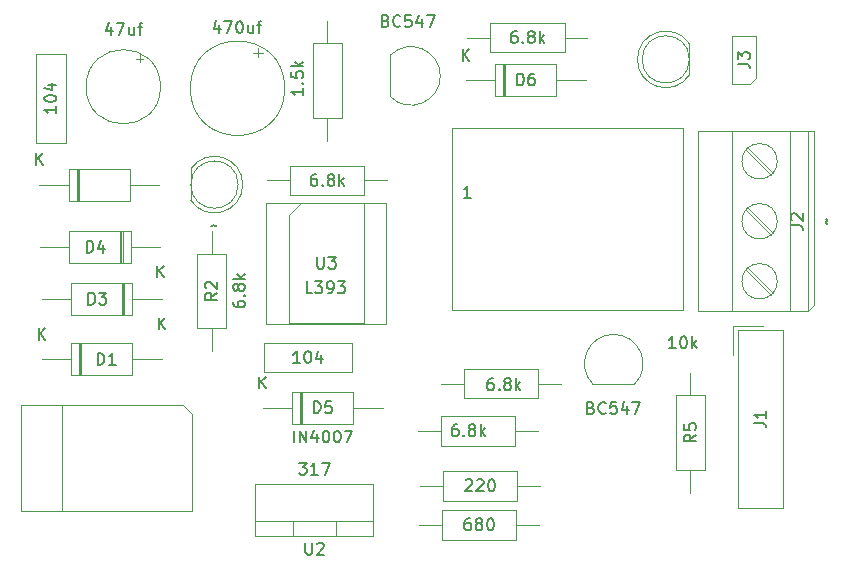
<source format=gbr>
%TF.GenerationSoftware,KiCad,Pcbnew,8.0.0-rc2*%
%TF.CreationDate,2024-05-24T11:46:06+05:30*%
%TF.ProjectId,IR based Relay controll board_v1,49522062-6173-4656-9420-52656c617920,rev?*%
%TF.SameCoordinates,Original*%
%TF.FileFunction,AssemblyDrawing,Top*%
%FSLAX46Y46*%
G04 Gerber Fmt 4.6, Leading zero omitted, Abs format (unit mm)*
G04 Created by KiCad (PCBNEW 8.0.0-rc2) date 2024-05-24 11:46:06*
%MOMM*%
%LPD*%
G01*
G04 APERTURE LIST*
%ADD10C,0.150000*%
%ADD11C,0.100000*%
%ADD12C,0.120000*%
G04 APERTURE END LIST*
D10*
X148999999Y-108138152D02*
X148999999Y-108804819D01*
X148761904Y-107757200D02*
X148523809Y-108471485D01*
X148523809Y-108471485D02*
X149142856Y-108471485D01*
X149428571Y-107804819D02*
X150095237Y-107804819D01*
X150095237Y-107804819D02*
X149666666Y-108804819D01*
X150666666Y-107804819D02*
X150761904Y-107804819D01*
X150761904Y-107804819D02*
X150857142Y-107852438D01*
X150857142Y-107852438D02*
X150904761Y-107900057D01*
X150904761Y-107900057D02*
X150952380Y-107995295D01*
X150952380Y-107995295D02*
X150999999Y-108185771D01*
X150999999Y-108185771D02*
X150999999Y-108423866D01*
X150999999Y-108423866D02*
X150952380Y-108614342D01*
X150952380Y-108614342D02*
X150904761Y-108709580D01*
X150904761Y-108709580D02*
X150857142Y-108757200D01*
X150857142Y-108757200D02*
X150761904Y-108804819D01*
X150761904Y-108804819D02*
X150666666Y-108804819D01*
X150666666Y-108804819D02*
X150571428Y-108757200D01*
X150571428Y-108757200D02*
X150523809Y-108709580D01*
X150523809Y-108709580D02*
X150476190Y-108614342D01*
X150476190Y-108614342D02*
X150428571Y-108423866D01*
X150428571Y-108423866D02*
X150428571Y-108185771D01*
X150428571Y-108185771D02*
X150476190Y-107995295D01*
X150476190Y-107995295D02*
X150523809Y-107900057D01*
X150523809Y-107900057D02*
X150571428Y-107852438D01*
X150571428Y-107852438D02*
X150666666Y-107804819D01*
X151857142Y-108138152D02*
X151857142Y-108804819D01*
X151428571Y-108138152D02*
X151428571Y-108661961D01*
X151428571Y-108661961D02*
X151476190Y-108757200D01*
X151476190Y-108757200D02*
X151571428Y-108804819D01*
X151571428Y-108804819D02*
X151714285Y-108804819D01*
X151714285Y-108804819D02*
X151809523Y-108757200D01*
X151809523Y-108757200D02*
X151857142Y-108709580D01*
X152190476Y-108138152D02*
X152571428Y-108138152D01*
X152333333Y-108804819D02*
X152333333Y-107947676D01*
X152333333Y-107947676D02*
X152380952Y-107852438D01*
X152380952Y-107852438D02*
X152476190Y-107804819D01*
X152476190Y-107804819D02*
X152571428Y-107804819D01*
X150174819Y-131578571D02*
X150174819Y-131769047D01*
X150174819Y-131769047D02*
X150222438Y-131864285D01*
X150222438Y-131864285D02*
X150270057Y-131911904D01*
X150270057Y-131911904D02*
X150412914Y-132007142D01*
X150412914Y-132007142D02*
X150603390Y-132054761D01*
X150603390Y-132054761D02*
X150984342Y-132054761D01*
X150984342Y-132054761D02*
X151079580Y-132007142D01*
X151079580Y-132007142D02*
X151127200Y-131959523D01*
X151127200Y-131959523D02*
X151174819Y-131864285D01*
X151174819Y-131864285D02*
X151174819Y-131673809D01*
X151174819Y-131673809D02*
X151127200Y-131578571D01*
X151127200Y-131578571D02*
X151079580Y-131530952D01*
X151079580Y-131530952D02*
X150984342Y-131483333D01*
X150984342Y-131483333D02*
X150746247Y-131483333D01*
X150746247Y-131483333D02*
X150651009Y-131530952D01*
X150651009Y-131530952D02*
X150603390Y-131578571D01*
X150603390Y-131578571D02*
X150555771Y-131673809D01*
X150555771Y-131673809D02*
X150555771Y-131864285D01*
X150555771Y-131864285D02*
X150603390Y-131959523D01*
X150603390Y-131959523D02*
X150651009Y-132007142D01*
X150651009Y-132007142D02*
X150746247Y-132054761D01*
X151079580Y-131054761D02*
X151127200Y-131007142D01*
X151127200Y-131007142D02*
X151174819Y-131054761D01*
X151174819Y-131054761D02*
X151127200Y-131102380D01*
X151127200Y-131102380D02*
X151079580Y-131054761D01*
X151079580Y-131054761D02*
X151174819Y-131054761D01*
X150603390Y-130435714D02*
X150555771Y-130530952D01*
X150555771Y-130530952D02*
X150508152Y-130578571D01*
X150508152Y-130578571D02*
X150412914Y-130626190D01*
X150412914Y-130626190D02*
X150365295Y-130626190D01*
X150365295Y-130626190D02*
X150270057Y-130578571D01*
X150270057Y-130578571D02*
X150222438Y-130530952D01*
X150222438Y-130530952D02*
X150174819Y-130435714D01*
X150174819Y-130435714D02*
X150174819Y-130245238D01*
X150174819Y-130245238D02*
X150222438Y-130150000D01*
X150222438Y-130150000D02*
X150270057Y-130102381D01*
X150270057Y-130102381D02*
X150365295Y-130054762D01*
X150365295Y-130054762D02*
X150412914Y-130054762D01*
X150412914Y-130054762D02*
X150508152Y-130102381D01*
X150508152Y-130102381D02*
X150555771Y-130150000D01*
X150555771Y-130150000D02*
X150603390Y-130245238D01*
X150603390Y-130245238D02*
X150603390Y-130435714D01*
X150603390Y-130435714D02*
X150651009Y-130530952D01*
X150651009Y-130530952D02*
X150698628Y-130578571D01*
X150698628Y-130578571D02*
X150793866Y-130626190D01*
X150793866Y-130626190D02*
X150984342Y-130626190D01*
X150984342Y-130626190D02*
X151079580Y-130578571D01*
X151079580Y-130578571D02*
X151127200Y-130530952D01*
X151127200Y-130530952D02*
X151174819Y-130435714D01*
X151174819Y-130435714D02*
X151174819Y-130245238D01*
X151174819Y-130245238D02*
X151127200Y-130150000D01*
X151127200Y-130150000D02*
X151079580Y-130102381D01*
X151079580Y-130102381D02*
X150984342Y-130054762D01*
X150984342Y-130054762D02*
X150793866Y-130054762D01*
X150793866Y-130054762D02*
X150698628Y-130102381D01*
X150698628Y-130102381D02*
X150651009Y-130150000D01*
X150651009Y-130150000D02*
X150603390Y-130245238D01*
X151174819Y-129626190D02*
X150174819Y-129626190D01*
X150793866Y-129530952D02*
X151174819Y-129245238D01*
X150508152Y-129245238D02*
X150889104Y-129626190D01*
X148804819Y-130816666D02*
X148328628Y-131149999D01*
X148804819Y-131388094D02*
X147804819Y-131388094D01*
X147804819Y-131388094D02*
X147804819Y-131007142D01*
X147804819Y-131007142D02*
X147852438Y-130911904D01*
X147852438Y-130911904D02*
X147900057Y-130864285D01*
X147900057Y-130864285D02*
X147995295Y-130816666D01*
X147995295Y-130816666D02*
X148138152Y-130816666D01*
X148138152Y-130816666D02*
X148233390Y-130864285D01*
X148233390Y-130864285D02*
X148281009Y-130911904D01*
X148281009Y-130911904D02*
X148328628Y-131007142D01*
X148328628Y-131007142D02*
X148328628Y-131388094D01*
X147900057Y-130435713D02*
X147852438Y-130388094D01*
X147852438Y-130388094D02*
X147804819Y-130292856D01*
X147804819Y-130292856D02*
X147804819Y-130054761D01*
X147804819Y-130054761D02*
X147852438Y-129959523D01*
X147852438Y-129959523D02*
X147900057Y-129911904D01*
X147900057Y-129911904D02*
X147995295Y-129864285D01*
X147995295Y-129864285D02*
X148090533Y-129864285D01*
X148090533Y-129864285D02*
X148233390Y-129911904D01*
X148233390Y-129911904D02*
X148804819Y-130483332D01*
X148804819Y-130483332D02*
X148804819Y-129864285D01*
X139876190Y-108288152D02*
X139876190Y-108954819D01*
X139638095Y-107907200D02*
X139400000Y-108621485D01*
X139400000Y-108621485D02*
X140019047Y-108621485D01*
X140304762Y-107954819D02*
X140971428Y-107954819D01*
X140971428Y-107954819D02*
X140542857Y-108954819D01*
X141780952Y-108288152D02*
X141780952Y-108954819D01*
X141352381Y-108288152D02*
X141352381Y-108811961D01*
X141352381Y-108811961D02*
X141400000Y-108907200D01*
X141400000Y-108907200D02*
X141495238Y-108954819D01*
X141495238Y-108954819D02*
X141638095Y-108954819D01*
X141638095Y-108954819D02*
X141733333Y-108907200D01*
X141733333Y-108907200D02*
X141780952Y-108859580D01*
X142114286Y-108288152D02*
X142495238Y-108288152D01*
X142257143Y-108954819D02*
X142257143Y-108097676D01*
X142257143Y-108097676D02*
X142304762Y-108002438D01*
X142304762Y-108002438D02*
X142400000Y-107954819D01*
X142400000Y-107954819D02*
X142495238Y-107954819D01*
X169608095Y-111154819D02*
X169608095Y-110154819D01*
X170179523Y-111154819D02*
X169750952Y-110583390D01*
X170179523Y-110154819D02*
X169608095Y-110726247D01*
X174211905Y-113254819D02*
X174211905Y-112254819D01*
X174211905Y-112254819D02*
X174450000Y-112254819D01*
X174450000Y-112254819D02*
X174592857Y-112302438D01*
X174592857Y-112302438D02*
X174688095Y-112397676D01*
X174688095Y-112397676D02*
X174735714Y-112492914D01*
X174735714Y-112492914D02*
X174783333Y-112683390D01*
X174783333Y-112683390D02*
X174783333Y-112826247D01*
X174783333Y-112826247D02*
X174735714Y-113016723D01*
X174735714Y-113016723D02*
X174688095Y-113111961D01*
X174688095Y-113111961D02*
X174592857Y-113207200D01*
X174592857Y-113207200D02*
X174450000Y-113254819D01*
X174450000Y-113254819D02*
X174211905Y-113254819D01*
X175640476Y-112254819D02*
X175450000Y-112254819D01*
X175450000Y-112254819D02*
X175354762Y-112302438D01*
X175354762Y-112302438D02*
X175307143Y-112350057D01*
X175307143Y-112350057D02*
X175211905Y-112492914D01*
X175211905Y-112492914D02*
X175164286Y-112683390D01*
X175164286Y-112683390D02*
X175164286Y-113064342D01*
X175164286Y-113064342D02*
X175211905Y-113159580D01*
X175211905Y-113159580D02*
X175259524Y-113207200D01*
X175259524Y-113207200D02*
X175354762Y-113254819D01*
X175354762Y-113254819D02*
X175545238Y-113254819D01*
X175545238Y-113254819D02*
X175640476Y-113207200D01*
X175640476Y-113207200D02*
X175688095Y-113159580D01*
X175688095Y-113159580D02*
X175735714Y-113064342D01*
X175735714Y-113064342D02*
X175735714Y-112826247D01*
X175735714Y-112826247D02*
X175688095Y-112731009D01*
X175688095Y-112731009D02*
X175640476Y-112683390D01*
X175640476Y-112683390D02*
X175545238Y-112635771D01*
X175545238Y-112635771D02*
X175354762Y-112635771D01*
X175354762Y-112635771D02*
X175259524Y-112683390D01*
X175259524Y-112683390D02*
X175211905Y-112731009D01*
X175211905Y-112731009D02*
X175164286Y-112826247D01*
X169171428Y-141954819D02*
X168980952Y-141954819D01*
X168980952Y-141954819D02*
X168885714Y-142002438D01*
X168885714Y-142002438D02*
X168838095Y-142050057D01*
X168838095Y-142050057D02*
X168742857Y-142192914D01*
X168742857Y-142192914D02*
X168695238Y-142383390D01*
X168695238Y-142383390D02*
X168695238Y-142764342D01*
X168695238Y-142764342D02*
X168742857Y-142859580D01*
X168742857Y-142859580D02*
X168790476Y-142907200D01*
X168790476Y-142907200D02*
X168885714Y-142954819D01*
X168885714Y-142954819D02*
X169076190Y-142954819D01*
X169076190Y-142954819D02*
X169171428Y-142907200D01*
X169171428Y-142907200D02*
X169219047Y-142859580D01*
X169219047Y-142859580D02*
X169266666Y-142764342D01*
X169266666Y-142764342D02*
X169266666Y-142526247D01*
X169266666Y-142526247D02*
X169219047Y-142431009D01*
X169219047Y-142431009D02*
X169171428Y-142383390D01*
X169171428Y-142383390D02*
X169076190Y-142335771D01*
X169076190Y-142335771D02*
X168885714Y-142335771D01*
X168885714Y-142335771D02*
X168790476Y-142383390D01*
X168790476Y-142383390D02*
X168742857Y-142431009D01*
X168742857Y-142431009D02*
X168695238Y-142526247D01*
X169695238Y-142859580D02*
X169742857Y-142907200D01*
X169742857Y-142907200D02*
X169695238Y-142954819D01*
X169695238Y-142954819D02*
X169647619Y-142907200D01*
X169647619Y-142907200D02*
X169695238Y-142859580D01*
X169695238Y-142859580D02*
X169695238Y-142954819D01*
X170314285Y-142383390D02*
X170219047Y-142335771D01*
X170219047Y-142335771D02*
X170171428Y-142288152D01*
X170171428Y-142288152D02*
X170123809Y-142192914D01*
X170123809Y-142192914D02*
X170123809Y-142145295D01*
X170123809Y-142145295D02*
X170171428Y-142050057D01*
X170171428Y-142050057D02*
X170219047Y-142002438D01*
X170219047Y-142002438D02*
X170314285Y-141954819D01*
X170314285Y-141954819D02*
X170504761Y-141954819D01*
X170504761Y-141954819D02*
X170599999Y-142002438D01*
X170599999Y-142002438D02*
X170647618Y-142050057D01*
X170647618Y-142050057D02*
X170695237Y-142145295D01*
X170695237Y-142145295D02*
X170695237Y-142192914D01*
X170695237Y-142192914D02*
X170647618Y-142288152D01*
X170647618Y-142288152D02*
X170599999Y-142335771D01*
X170599999Y-142335771D02*
X170504761Y-142383390D01*
X170504761Y-142383390D02*
X170314285Y-142383390D01*
X170314285Y-142383390D02*
X170219047Y-142431009D01*
X170219047Y-142431009D02*
X170171428Y-142478628D01*
X170171428Y-142478628D02*
X170123809Y-142573866D01*
X170123809Y-142573866D02*
X170123809Y-142764342D01*
X170123809Y-142764342D02*
X170171428Y-142859580D01*
X170171428Y-142859580D02*
X170219047Y-142907200D01*
X170219047Y-142907200D02*
X170314285Y-142954819D01*
X170314285Y-142954819D02*
X170504761Y-142954819D01*
X170504761Y-142954819D02*
X170599999Y-142907200D01*
X170599999Y-142907200D02*
X170647618Y-142859580D01*
X170647618Y-142859580D02*
X170695237Y-142764342D01*
X170695237Y-142764342D02*
X170695237Y-142573866D01*
X170695237Y-142573866D02*
X170647618Y-142478628D01*
X170647618Y-142478628D02*
X170599999Y-142431009D01*
X170599999Y-142431009D02*
X170504761Y-142383390D01*
X171123809Y-142954819D02*
X171123809Y-141954819D01*
X171219047Y-142573866D02*
X171504761Y-142954819D01*
X171504761Y-142288152D02*
X171123809Y-142669104D01*
X169861905Y-146700057D02*
X169909524Y-146652438D01*
X169909524Y-146652438D02*
X170004762Y-146604819D01*
X170004762Y-146604819D02*
X170242857Y-146604819D01*
X170242857Y-146604819D02*
X170338095Y-146652438D01*
X170338095Y-146652438D02*
X170385714Y-146700057D01*
X170385714Y-146700057D02*
X170433333Y-146795295D01*
X170433333Y-146795295D02*
X170433333Y-146890533D01*
X170433333Y-146890533D02*
X170385714Y-147033390D01*
X170385714Y-147033390D02*
X169814286Y-147604819D01*
X169814286Y-147604819D02*
X170433333Y-147604819D01*
X170814286Y-146700057D02*
X170861905Y-146652438D01*
X170861905Y-146652438D02*
X170957143Y-146604819D01*
X170957143Y-146604819D02*
X171195238Y-146604819D01*
X171195238Y-146604819D02*
X171290476Y-146652438D01*
X171290476Y-146652438D02*
X171338095Y-146700057D01*
X171338095Y-146700057D02*
X171385714Y-146795295D01*
X171385714Y-146795295D02*
X171385714Y-146890533D01*
X171385714Y-146890533D02*
X171338095Y-147033390D01*
X171338095Y-147033390D02*
X170766667Y-147604819D01*
X170766667Y-147604819D02*
X171385714Y-147604819D01*
X172004762Y-146604819D02*
X172100000Y-146604819D01*
X172100000Y-146604819D02*
X172195238Y-146652438D01*
X172195238Y-146652438D02*
X172242857Y-146700057D01*
X172242857Y-146700057D02*
X172290476Y-146795295D01*
X172290476Y-146795295D02*
X172338095Y-146985771D01*
X172338095Y-146985771D02*
X172338095Y-147223866D01*
X172338095Y-147223866D02*
X172290476Y-147414342D01*
X172290476Y-147414342D02*
X172242857Y-147509580D01*
X172242857Y-147509580D02*
X172195238Y-147557200D01*
X172195238Y-147557200D02*
X172100000Y-147604819D01*
X172100000Y-147604819D02*
X172004762Y-147604819D01*
X172004762Y-147604819D02*
X171909524Y-147557200D01*
X171909524Y-147557200D02*
X171861905Y-147509580D01*
X171861905Y-147509580D02*
X171814286Y-147414342D01*
X171814286Y-147414342D02*
X171766667Y-147223866D01*
X171766667Y-147223866D02*
X171766667Y-146985771D01*
X171766667Y-146985771D02*
X171814286Y-146795295D01*
X171814286Y-146795295D02*
X171861905Y-146700057D01*
X171861905Y-146700057D02*
X171909524Y-146652438D01*
X171909524Y-146652438D02*
X172004762Y-146604819D01*
X155321429Y-143474819D02*
X155321429Y-142474819D01*
X155797619Y-143474819D02*
X155797619Y-142474819D01*
X155797619Y-142474819D02*
X156369047Y-143474819D01*
X156369047Y-143474819D02*
X156369047Y-142474819D01*
X157273809Y-142808152D02*
X157273809Y-143474819D01*
X157035714Y-142427200D02*
X156797619Y-143141485D01*
X156797619Y-143141485D02*
X157416666Y-143141485D01*
X157988095Y-142474819D02*
X158083333Y-142474819D01*
X158083333Y-142474819D02*
X158178571Y-142522438D01*
X158178571Y-142522438D02*
X158226190Y-142570057D01*
X158226190Y-142570057D02*
X158273809Y-142665295D01*
X158273809Y-142665295D02*
X158321428Y-142855771D01*
X158321428Y-142855771D02*
X158321428Y-143093866D01*
X158321428Y-143093866D02*
X158273809Y-143284342D01*
X158273809Y-143284342D02*
X158226190Y-143379580D01*
X158226190Y-143379580D02*
X158178571Y-143427200D01*
X158178571Y-143427200D02*
X158083333Y-143474819D01*
X158083333Y-143474819D02*
X157988095Y-143474819D01*
X157988095Y-143474819D02*
X157892857Y-143427200D01*
X157892857Y-143427200D02*
X157845238Y-143379580D01*
X157845238Y-143379580D02*
X157797619Y-143284342D01*
X157797619Y-143284342D02*
X157750000Y-143093866D01*
X157750000Y-143093866D02*
X157750000Y-142855771D01*
X157750000Y-142855771D02*
X157797619Y-142665295D01*
X157797619Y-142665295D02*
X157845238Y-142570057D01*
X157845238Y-142570057D02*
X157892857Y-142522438D01*
X157892857Y-142522438D02*
X157988095Y-142474819D01*
X158940476Y-142474819D02*
X159035714Y-142474819D01*
X159035714Y-142474819D02*
X159130952Y-142522438D01*
X159130952Y-142522438D02*
X159178571Y-142570057D01*
X159178571Y-142570057D02*
X159226190Y-142665295D01*
X159226190Y-142665295D02*
X159273809Y-142855771D01*
X159273809Y-142855771D02*
X159273809Y-143093866D01*
X159273809Y-143093866D02*
X159226190Y-143284342D01*
X159226190Y-143284342D02*
X159178571Y-143379580D01*
X159178571Y-143379580D02*
X159130952Y-143427200D01*
X159130952Y-143427200D02*
X159035714Y-143474819D01*
X159035714Y-143474819D02*
X158940476Y-143474819D01*
X158940476Y-143474819D02*
X158845238Y-143427200D01*
X158845238Y-143427200D02*
X158797619Y-143379580D01*
X158797619Y-143379580D02*
X158750000Y-143284342D01*
X158750000Y-143284342D02*
X158702381Y-143093866D01*
X158702381Y-143093866D02*
X158702381Y-142855771D01*
X158702381Y-142855771D02*
X158750000Y-142665295D01*
X158750000Y-142665295D02*
X158797619Y-142570057D01*
X158797619Y-142570057D02*
X158845238Y-142522438D01*
X158845238Y-142522438D02*
X158940476Y-142474819D01*
X159607143Y-142474819D02*
X160273809Y-142474819D01*
X160273809Y-142474819D02*
X159845238Y-143474819D01*
X152408095Y-138904819D02*
X152408095Y-137904819D01*
X152979523Y-138904819D02*
X152550952Y-138333390D01*
X152979523Y-137904819D02*
X152408095Y-138476247D01*
X157011905Y-141004819D02*
X157011905Y-140004819D01*
X157011905Y-140004819D02*
X157250000Y-140004819D01*
X157250000Y-140004819D02*
X157392857Y-140052438D01*
X157392857Y-140052438D02*
X157488095Y-140147676D01*
X157488095Y-140147676D02*
X157535714Y-140242914D01*
X157535714Y-140242914D02*
X157583333Y-140433390D01*
X157583333Y-140433390D02*
X157583333Y-140576247D01*
X157583333Y-140576247D02*
X157535714Y-140766723D01*
X157535714Y-140766723D02*
X157488095Y-140861961D01*
X157488095Y-140861961D02*
X157392857Y-140957200D01*
X157392857Y-140957200D02*
X157250000Y-141004819D01*
X157250000Y-141004819D02*
X157011905Y-141004819D01*
X158488095Y-140004819D02*
X158011905Y-140004819D01*
X158011905Y-140004819D02*
X157964286Y-140481009D01*
X157964286Y-140481009D02*
X158011905Y-140433390D01*
X158011905Y-140433390D02*
X158107143Y-140385771D01*
X158107143Y-140385771D02*
X158345238Y-140385771D01*
X158345238Y-140385771D02*
X158440476Y-140433390D01*
X158440476Y-140433390D02*
X158488095Y-140481009D01*
X158488095Y-140481009D02*
X158535714Y-140576247D01*
X158535714Y-140576247D02*
X158535714Y-140814342D01*
X158535714Y-140814342D02*
X158488095Y-140909580D01*
X158488095Y-140909580D02*
X158440476Y-140957200D01*
X158440476Y-140957200D02*
X158345238Y-141004819D01*
X158345238Y-141004819D02*
X158107143Y-141004819D01*
X158107143Y-141004819D02*
X158011905Y-140957200D01*
X158011905Y-140957200D02*
X157964286Y-140909580D01*
X170285714Y-122754819D02*
X169714286Y-122754819D01*
X170000000Y-122754819D02*
X170000000Y-121754819D01*
X170000000Y-121754819D02*
X169904762Y-121897676D01*
X169904762Y-121897676D02*
X169809524Y-121992914D01*
X169809524Y-121992914D02*
X169714286Y-122040533D01*
X138701905Y-136904819D02*
X138701905Y-135904819D01*
X138701905Y-135904819D02*
X138940000Y-135904819D01*
X138940000Y-135904819D02*
X139082857Y-135952438D01*
X139082857Y-135952438D02*
X139178095Y-136047676D01*
X139178095Y-136047676D02*
X139225714Y-136142914D01*
X139225714Y-136142914D02*
X139273333Y-136333390D01*
X139273333Y-136333390D02*
X139273333Y-136476247D01*
X139273333Y-136476247D02*
X139225714Y-136666723D01*
X139225714Y-136666723D02*
X139178095Y-136761961D01*
X139178095Y-136761961D02*
X139082857Y-136857200D01*
X139082857Y-136857200D02*
X138940000Y-136904819D01*
X138940000Y-136904819D02*
X138701905Y-136904819D01*
X140225714Y-136904819D02*
X139654286Y-136904819D01*
X139940000Y-136904819D02*
X139940000Y-135904819D01*
X139940000Y-135904819D02*
X139844762Y-136047676D01*
X139844762Y-136047676D02*
X139749524Y-136142914D01*
X139749524Y-136142914D02*
X139654286Y-136190533D01*
X133708095Y-134804819D02*
X133708095Y-133804819D01*
X134279523Y-134804819D02*
X133850952Y-134233390D01*
X134279523Y-133804819D02*
X133708095Y-134376247D01*
X200483866Y-125016904D02*
X200436247Y-124969285D01*
X200436247Y-124969285D02*
X200388628Y-124874047D01*
X200388628Y-124874047D02*
X200483866Y-124683571D01*
X200483866Y-124683571D02*
X200436247Y-124588333D01*
X200436247Y-124588333D02*
X200388628Y-124540714D01*
X197404819Y-125088333D02*
X198119104Y-125088333D01*
X198119104Y-125088333D02*
X198261961Y-125135952D01*
X198261961Y-125135952D02*
X198357200Y-125231190D01*
X198357200Y-125231190D02*
X198404819Y-125374047D01*
X198404819Y-125374047D02*
X198404819Y-125469285D01*
X197500057Y-124659761D02*
X197452438Y-124612142D01*
X197452438Y-124612142D02*
X197404819Y-124516904D01*
X197404819Y-124516904D02*
X197404819Y-124278809D01*
X197404819Y-124278809D02*
X197452438Y-124183571D01*
X197452438Y-124183571D02*
X197500057Y-124135952D01*
X197500057Y-124135952D02*
X197595295Y-124088333D01*
X197595295Y-124088333D02*
X197690533Y-124088333D01*
X197690533Y-124088333D02*
X197833390Y-124135952D01*
X197833390Y-124135952D02*
X198404819Y-124707380D01*
X198404819Y-124707380D02*
X198404819Y-124088333D01*
X192904819Y-111433333D02*
X193619104Y-111433333D01*
X193619104Y-111433333D02*
X193761961Y-111480952D01*
X193761961Y-111480952D02*
X193857200Y-111576190D01*
X193857200Y-111576190D02*
X193904819Y-111719047D01*
X193904819Y-111719047D02*
X193904819Y-111814285D01*
X192904819Y-111052380D02*
X192904819Y-110433333D01*
X192904819Y-110433333D02*
X193285771Y-110766666D01*
X193285771Y-110766666D02*
X193285771Y-110623809D01*
X193285771Y-110623809D02*
X193333390Y-110528571D01*
X193333390Y-110528571D02*
X193381009Y-110480952D01*
X193381009Y-110480952D02*
X193476247Y-110433333D01*
X193476247Y-110433333D02*
X193714342Y-110433333D01*
X193714342Y-110433333D02*
X193809580Y-110480952D01*
X193809580Y-110480952D02*
X193857200Y-110528571D01*
X193857200Y-110528571D02*
X193904819Y-110623809D01*
X193904819Y-110623809D02*
X193904819Y-110909523D01*
X193904819Y-110909523D02*
X193857200Y-111004761D01*
X193857200Y-111004761D02*
X193809580Y-111052380D01*
X155774286Y-145204819D02*
X156393333Y-145204819D01*
X156393333Y-145204819D02*
X156060000Y-145585771D01*
X156060000Y-145585771D02*
X156202857Y-145585771D01*
X156202857Y-145585771D02*
X156298095Y-145633390D01*
X156298095Y-145633390D02*
X156345714Y-145681009D01*
X156345714Y-145681009D02*
X156393333Y-145776247D01*
X156393333Y-145776247D02*
X156393333Y-146014342D01*
X156393333Y-146014342D02*
X156345714Y-146109580D01*
X156345714Y-146109580D02*
X156298095Y-146157200D01*
X156298095Y-146157200D02*
X156202857Y-146204819D01*
X156202857Y-146204819D02*
X155917143Y-146204819D01*
X155917143Y-146204819D02*
X155821905Y-146157200D01*
X155821905Y-146157200D02*
X155774286Y-146109580D01*
X157345714Y-146204819D02*
X156774286Y-146204819D01*
X157060000Y-146204819D02*
X157060000Y-145204819D01*
X157060000Y-145204819D02*
X156964762Y-145347676D01*
X156964762Y-145347676D02*
X156869524Y-145442914D01*
X156869524Y-145442914D02*
X156774286Y-145490533D01*
X157679048Y-145204819D02*
X158345714Y-145204819D01*
X158345714Y-145204819D02*
X157917143Y-146204819D01*
X156298095Y-151974819D02*
X156298095Y-152784342D01*
X156298095Y-152784342D02*
X156345714Y-152879580D01*
X156345714Y-152879580D02*
X156393333Y-152927200D01*
X156393333Y-152927200D02*
X156488571Y-152974819D01*
X156488571Y-152974819D02*
X156679047Y-152974819D01*
X156679047Y-152974819D02*
X156774285Y-152927200D01*
X156774285Y-152927200D02*
X156821904Y-152879580D01*
X156821904Y-152879580D02*
X156869523Y-152784342D01*
X156869523Y-152784342D02*
X156869523Y-151974819D01*
X157298095Y-152070057D02*
X157345714Y-152022438D01*
X157345714Y-152022438D02*
X157440952Y-151974819D01*
X157440952Y-151974819D02*
X157679047Y-151974819D01*
X157679047Y-151974819D02*
X157774285Y-152022438D01*
X157774285Y-152022438D02*
X157821904Y-152070057D01*
X157821904Y-152070057D02*
X157869523Y-152165295D01*
X157869523Y-152165295D02*
X157869523Y-152260533D01*
X157869523Y-152260533D02*
X157821904Y-152403390D01*
X157821904Y-152403390D02*
X157250476Y-152974819D01*
X157250476Y-152974819D02*
X157869523Y-152974819D01*
X143868095Y-133904819D02*
X143868095Y-132904819D01*
X144439523Y-133904819D02*
X144010952Y-133333390D01*
X144439523Y-132904819D02*
X143868095Y-133476247D01*
X137921905Y-131804819D02*
X137921905Y-130804819D01*
X137921905Y-130804819D02*
X138160000Y-130804819D01*
X138160000Y-130804819D02*
X138302857Y-130852438D01*
X138302857Y-130852438D02*
X138398095Y-130947676D01*
X138398095Y-130947676D02*
X138445714Y-131042914D01*
X138445714Y-131042914D02*
X138493333Y-131233390D01*
X138493333Y-131233390D02*
X138493333Y-131376247D01*
X138493333Y-131376247D02*
X138445714Y-131566723D01*
X138445714Y-131566723D02*
X138398095Y-131661961D01*
X138398095Y-131661961D02*
X138302857Y-131757200D01*
X138302857Y-131757200D02*
X138160000Y-131804819D01*
X138160000Y-131804819D02*
X137921905Y-131804819D01*
X138826667Y-130804819D02*
X139445714Y-130804819D01*
X139445714Y-130804819D02*
X139112381Y-131185771D01*
X139112381Y-131185771D02*
X139255238Y-131185771D01*
X139255238Y-131185771D02*
X139350476Y-131233390D01*
X139350476Y-131233390D02*
X139398095Y-131281009D01*
X139398095Y-131281009D02*
X139445714Y-131376247D01*
X139445714Y-131376247D02*
X139445714Y-131614342D01*
X139445714Y-131614342D02*
X139398095Y-131709580D01*
X139398095Y-131709580D02*
X139350476Y-131757200D01*
X139350476Y-131757200D02*
X139255238Y-131804819D01*
X139255238Y-131804819D02*
X138969524Y-131804819D01*
X138969524Y-131804819D02*
X138874286Y-131757200D01*
X138874286Y-131757200D02*
X138826667Y-131709580D01*
X180492857Y-140531009D02*
X180635714Y-140578628D01*
X180635714Y-140578628D02*
X180683333Y-140626247D01*
X180683333Y-140626247D02*
X180730952Y-140721485D01*
X180730952Y-140721485D02*
X180730952Y-140864342D01*
X180730952Y-140864342D02*
X180683333Y-140959580D01*
X180683333Y-140959580D02*
X180635714Y-141007200D01*
X180635714Y-141007200D02*
X180540476Y-141054819D01*
X180540476Y-141054819D02*
X180159524Y-141054819D01*
X180159524Y-141054819D02*
X180159524Y-140054819D01*
X180159524Y-140054819D02*
X180492857Y-140054819D01*
X180492857Y-140054819D02*
X180588095Y-140102438D01*
X180588095Y-140102438D02*
X180635714Y-140150057D01*
X180635714Y-140150057D02*
X180683333Y-140245295D01*
X180683333Y-140245295D02*
X180683333Y-140340533D01*
X180683333Y-140340533D02*
X180635714Y-140435771D01*
X180635714Y-140435771D02*
X180588095Y-140483390D01*
X180588095Y-140483390D02*
X180492857Y-140531009D01*
X180492857Y-140531009D02*
X180159524Y-140531009D01*
X181730952Y-140959580D02*
X181683333Y-141007200D01*
X181683333Y-141007200D02*
X181540476Y-141054819D01*
X181540476Y-141054819D02*
X181445238Y-141054819D01*
X181445238Y-141054819D02*
X181302381Y-141007200D01*
X181302381Y-141007200D02*
X181207143Y-140911961D01*
X181207143Y-140911961D02*
X181159524Y-140816723D01*
X181159524Y-140816723D02*
X181111905Y-140626247D01*
X181111905Y-140626247D02*
X181111905Y-140483390D01*
X181111905Y-140483390D02*
X181159524Y-140292914D01*
X181159524Y-140292914D02*
X181207143Y-140197676D01*
X181207143Y-140197676D02*
X181302381Y-140102438D01*
X181302381Y-140102438D02*
X181445238Y-140054819D01*
X181445238Y-140054819D02*
X181540476Y-140054819D01*
X181540476Y-140054819D02*
X181683333Y-140102438D01*
X181683333Y-140102438D02*
X181730952Y-140150057D01*
X182635714Y-140054819D02*
X182159524Y-140054819D01*
X182159524Y-140054819D02*
X182111905Y-140531009D01*
X182111905Y-140531009D02*
X182159524Y-140483390D01*
X182159524Y-140483390D02*
X182254762Y-140435771D01*
X182254762Y-140435771D02*
X182492857Y-140435771D01*
X182492857Y-140435771D02*
X182588095Y-140483390D01*
X182588095Y-140483390D02*
X182635714Y-140531009D01*
X182635714Y-140531009D02*
X182683333Y-140626247D01*
X182683333Y-140626247D02*
X182683333Y-140864342D01*
X182683333Y-140864342D02*
X182635714Y-140959580D01*
X182635714Y-140959580D02*
X182588095Y-141007200D01*
X182588095Y-141007200D02*
X182492857Y-141054819D01*
X182492857Y-141054819D02*
X182254762Y-141054819D01*
X182254762Y-141054819D02*
X182159524Y-141007200D01*
X182159524Y-141007200D02*
X182111905Y-140959580D01*
X183540476Y-140388152D02*
X183540476Y-141054819D01*
X183302381Y-140007200D02*
X183064286Y-140721485D01*
X183064286Y-140721485D02*
X183683333Y-140721485D01*
X183969048Y-140054819D02*
X184635714Y-140054819D01*
X184635714Y-140054819D02*
X184207143Y-141054819D01*
X156104819Y-113483333D02*
X156104819Y-114054761D01*
X156104819Y-113769047D02*
X155104819Y-113769047D01*
X155104819Y-113769047D02*
X155247676Y-113864285D01*
X155247676Y-113864285D02*
X155342914Y-113959523D01*
X155342914Y-113959523D02*
X155390533Y-114054761D01*
X156009580Y-113054761D02*
X156057200Y-113007142D01*
X156057200Y-113007142D02*
X156104819Y-113054761D01*
X156104819Y-113054761D02*
X156057200Y-113102380D01*
X156057200Y-113102380D02*
X156009580Y-113054761D01*
X156009580Y-113054761D02*
X156104819Y-113054761D01*
X155104819Y-112102381D02*
X155104819Y-112578571D01*
X155104819Y-112578571D02*
X155581009Y-112626190D01*
X155581009Y-112626190D02*
X155533390Y-112578571D01*
X155533390Y-112578571D02*
X155485771Y-112483333D01*
X155485771Y-112483333D02*
X155485771Y-112245238D01*
X155485771Y-112245238D02*
X155533390Y-112150000D01*
X155533390Y-112150000D02*
X155581009Y-112102381D01*
X155581009Y-112102381D02*
X155676247Y-112054762D01*
X155676247Y-112054762D02*
X155914342Y-112054762D01*
X155914342Y-112054762D02*
X156009580Y-112102381D01*
X156009580Y-112102381D02*
X156057200Y-112150000D01*
X156057200Y-112150000D02*
X156104819Y-112245238D01*
X156104819Y-112245238D02*
X156104819Y-112483333D01*
X156104819Y-112483333D02*
X156057200Y-112578571D01*
X156057200Y-112578571D02*
X156009580Y-112626190D01*
X156104819Y-111626190D02*
X155104819Y-111626190D01*
X155723866Y-111530952D02*
X156104819Y-111245238D01*
X155438152Y-111245238D02*
X155819104Y-111626190D01*
X194304819Y-141833333D02*
X195019104Y-141833333D01*
X195019104Y-141833333D02*
X195161961Y-141880952D01*
X195161961Y-141880952D02*
X195257200Y-141976190D01*
X195257200Y-141976190D02*
X195304819Y-142119047D01*
X195304819Y-142119047D02*
X195304819Y-142214285D01*
X195304819Y-140833333D02*
X195304819Y-141404761D01*
X195304819Y-141119047D02*
X194304819Y-141119047D01*
X194304819Y-141119047D02*
X194447676Y-141214285D01*
X194447676Y-141214285D02*
X194542914Y-141309523D01*
X194542914Y-141309523D02*
X194590533Y-141404761D01*
X137771905Y-127404819D02*
X137771905Y-126404819D01*
X137771905Y-126404819D02*
X138010000Y-126404819D01*
X138010000Y-126404819D02*
X138152857Y-126452438D01*
X138152857Y-126452438D02*
X138248095Y-126547676D01*
X138248095Y-126547676D02*
X138295714Y-126642914D01*
X138295714Y-126642914D02*
X138343333Y-126833390D01*
X138343333Y-126833390D02*
X138343333Y-126976247D01*
X138343333Y-126976247D02*
X138295714Y-127166723D01*
X138295714Y-127166723D02*
X138248095Y-127261961D01*
X138248095Y-127261961D02*
X138152857Y-127357200D01*
X138152857Y-127357200D02*
X138010000Y-127404819D01*
X138010000Y-127404819D02*
X137771905Y-127404819D01*
X139200476Y-126738152D02*
X139200476Y-127404819D01*
X138962381Y-126357200D02*
X138724286Y-127071485D01*
X138724286Y-127071485D02*
X139343333Y-127071485D01*
X143718095Y-129504819D02*
X143718095Y-128504819D01*
X144289523Y-129504819D02*
X143860952Y-128933390D01*
X144289523Y-128504819D02*
X143718095Y-129076247D01*
X135204819Y-115016666D02*
X135204819Y-115588094D01*
X135204819Y-115302380D02*
X134204819Y-115302380D01*
X134204819Y-115302380D02*
X134347676Y-115397618D01*
X134347676Y-115397618D02*
X134442914Y-115492856D01*
X134442914Y-115492856D02*
X134490533Y-115588094D01*
X134204819Y-114397618D02*
X134204819Y-114302380D01*
X134204819Y-114302380D02*
X134252438Y-114207142D01*
X134252438Y-114207142D02*
X134300057Y-114159523D01*
X134300057Y-114159523D02*
X134395295Y-114111904D01*
X134395295Y-114111904D02*
X134585771Y-114064285D01*
X134585771Y-114064285D02*
X134823866Y-114064285D01*
X134823866Y-114064285D02*
X135014342Y-114111904D01*
X135014342Y-114111904D02*
X135109580Y-114159523D01*
X135109580Y-114159523D02*
X135157200Y-114207142D01*
X135157200Y-114207142D02*
X135204819Y-114302380D01*
X135204819Y-114302380D02*
X135204819Y-114397618D01*
X135204819Y-114397618D02*
X135157200Y-114492856D01*
X135157200Y-114492856D02*
X135109580Y-114540475D01*
X135109580Y-114540475D02*
X135014342Y-114588094D01*
X135014342Y-114588094D02*
X134823866Y-114635713D01*
X134823866Y-114635713D02*
X134585771Y-114635713D01*
X134585771Y-114635713D02*
X134395295Y-114588094D01*
X134395295Y-114588094D02*
X134300057Y-114540475D01*
X134300057Y-114540475D02*
X134252438Y-114492856D01*
X134252438Y-114492856D02*
X134204819Y-114397618D01*
X134538152Y-113207142D02*
X135204819Y-113207142D01*
X134157200Y-113445237D02*
X134871485Y-113683332D01*
X134871485Y-113683332D02*
X134871485Y-113064285D01*
X163092857Y-107781009D02*
X163235714Y-107828628D01*
X163235714Y-107828628D02*
X163283333Y-107876247D01*
X163283333Y-107876247D02*
X163330952Y-107971485D01*
X163330952Y-107971485D02*
X163330952Y-108114342D01*
X163330952Y-108114342D02*
X163283333Y-108209580D01*
X163283333Y-108209580D02*
X163235714Y-108257200D01*
X163235714Y-108257200D02*
X163140476Y-108304819D01*
X163140476Y-108304819D02*
X162759524Y-108304819D01*
X162759524Y-108304819D02*
X162759524Y-107304819D01*
X162759524Y-107304819D02*
X163092857Y-107304819D01*
X163092857Y-107304819D02*
X163188095Y-107352438D01*
X163188095Y-107352438D02*
X163235714Y-107400057D01*
X163235714Y-107400057D02*
X163283333Y-107495295D01*
X163283333Y-107495295D02*
X163283333Y-107590533D01*
X163283333Y-107590533D02*
X163235714Y-107685771D01*
X163235714Y-107685771D02*
X163188095Y-107733390D01*
X163188095Y-107733390D02*
X163092857Y-107781009D01*
X163092857Y-107781009D02*
X162759524Y-107781009D01*
X164330952Y-108209580D02*
X164283333Y-108257200D01*
X164283333Y-108257200D02*
X164140476Y-108304819D01*
X164140476Y-108304819D02*
X164045238Y-108304819D01*
X164045238Y-108304819D02*
X163902381Y-108257200D01*
X163902381Y-108257200D02*
X163807143Y-108161961D01*
X163807143Y-108161961D02*
X163759524Y-108066723D01*
X163759524Y-108066723D02*
X163711905Y-107876247D01*
X163711905Y-107876247D02*
X163711905Y-107733390D01*
X163711905Y-107733390D02*
X163759524Y-107542914D01*
X163759524Y-107542914D02*
X163807143Y-107447676D01*
X163807143Y-107447676D02*
X163902381Y-107352438D01*
X163902381Y-107352438D02*
X164045238Y-107304819D01*
X164045238Y-107304819D02*
X164140476Y-107304819D01*
X164140476Y-107304819D02*
X164283333Y-107352438D01*
X164283333Y-107352438D02*
X164330952Y-107400057D01*
X165235714Y-107304819D02*
X164759524Y-107304819D01*
X164759524Y-107304819D02*
X164711905Y-107781009D01*
X164711905Y-107781009D02*
X164759524Y-107733390D01*
X164759524Y-107733390D02*
X164854762Y-107685771D01*
X164854762Y-107685771D02*
X165092857Y-107685771D01*
X165092857Y-107685771D02*
X165188095Y-107733390D01*
X165188095Y-107733390D02*
X165235714Y-107781009D01*
X165235714Y-107781009D02*
X165283333Y-107876247D01*
X165283333Y-107876247D02*
X165283333Y-108114342D01*
X165283333Y-108114342D02*
X165235714Y-108209580D01*
X165235714Y-108209580D02*
X165188095Y-108257200D01*
X165188095Y-108257200D02*
X165092857Y-108304819D01*
X165092857Y-108304819D02*
X164854762Y-108304819D01*
X164854762Y-108304819D02*
X164759524Y-108257200D01*
X164759524Y-108257200D02*
X164711905Y-108209580D01*
X166140476Y-107638152D02*
X166140476Y-108304819D01*
X165902381Y-107257200D02*
X165664286Y-107971485D01*
X165664286Y-107971485D02*
X166283333Y-107971485D01*
X166569048Y-107304819D02*
X167235714Y-107304819D01*
X167235714Y-107304819D02*
X166807143Y-108304819D01*
X174171428Y-108654819D02*
X173980952Y-108654819D01*
X173980952Y-108654819D02*
X173885714Y-108702438D01*
X173885714Y-108702438D02*
X173838095Y-108750057D01*
X173838095Y-108750057D02*
X173742857Y-108892914D01*
X173742857Y-108892914D02*
X173695238Y-109083390D01*
X173695238Y-109083390D02*
X173695238Y-109464342D01*
X173695238Y-109464342D02*
X173742857Y-109559580D01*
X173742857Y-109559580D02*
X173790476Y-109607200D01*
X173790476Y-109607200D02*
X173885714Y-109654819D01*
X173885714Y-109654819D02*
X174076190Y-109654819D01*
X174076190Y-109654819D02*
X174171428Y-109607200D01*
X174171428Y-109607200D02*
X174219047Y-109559580D01*
X174219047Y-109559580D02*
X174266666Y-109464342D01*
X174266666Y-109464342D02*
X174266666Y-109226247D01*
X174266666Y-109226247D02*
X174219047Y-109131009D01*
X174219047Y-109131009D02*
X174171428Y-109083390D01*
X174171428Y-109083390D02*
X174076190Y-109035771D01*
X174076190Y-109035771D02*
X173885714Y-109035771D01*
X173885714Y-109035771D02*
X173790476Y-109083390D01*
X173790476Y-109083390D02*
X173742857Y-109131009D01*
X173742857Y-109131009D02*
X173695238Y-109226247D01*
X174695238Y-109559580D02*
X174742857Y-109607200D01*
X174742857Y-109607200D02*
X174695238Y-109654819D01*
X174695238Y-109654819D02*
X174647619Y-109607200D01*
X174647619Y-109607200D02*
X174695238Y-109559580D01*
X174695238Y-109559580D02*
X174695238Y-109654819D01*
X175314285Y-109083390D02*
X175219047Y-109035771D01*
X175219047Y-109035771D02*
X175171428Y-108988152D01*
X175171428Y-108988152D02*
X175123809Y-108892914D01*
X175123809Y-108892914D02*
X175123809Y-108845295D01*
X175123809Y-108845295D02*
X175171428Y-108750057D01*
X175171428Y-108750057D02*
X175219047Y-108702438D01*
X175219047Y-108702438D02*
X175314285Y-108654819D01*
X175314285Y-108654819D02*
X175504761Y-108654819D01*
X175504761Y-108654819D02*
X175599999Y-108702438D01*
X175599999Y-108702438D02*
X175647618Y-108750057D01*
X175647618Y-108750057D02*
X175695237Y-108845295D01*
X175695237Y-108845295D02*
X175695237Y-108892914D01*
X175695237Y-108892914D02*
X175647618Y-108988152D01*
X175647618Y-108988152D02*
X175599999Y-109035771D01*
X175599999Y-109035771D02*
X175504761Y-109083390D01*
X175504761Y-109083390D02*
X175314285Y-109083390D01*
X175314285Y-109083390D02*
X175219047Y-109131009D01*
X175219047Y-109131009D02*
X175171428Y-109178628D01*
X175171428Y-109178628D02*
X175123809Y-109273866D01*
X175123809Y-109273866D02*
X175123809Y-109464342D01*
X175123809Y-109464342D02*
X175171428Y-109559580D01*
X175171428Y-109559580D02*
X175219047Y-109607200D01*
X175219047Y-109607200D02*
X175314285Y-109654819D01*
X175314285Y-109654819D02*
X175504761Y-109654819D01*
X175504761Y-109654819D02*
X175599999Y-109607200D01*
X175599999Y-109607200D02*
X175647618Y-109559580D01*
X175647618Y-109559580D02*
X175695237Y-109464342D01*
X175695237Y-109464342D02*
X175695237Y-109273866D01*
X175695237Y-109273866D02*
X175647618Y-109178628D01*
X175647618Y-109178628D02*
X175599999Y-109131009D01*
X175599999Y-109131009D02*
X175504761Y-109083390D01*
X176123809Y-109654819D02*
X176123809Y-108654819D01*
X176219047Y-109273866D02*
X176504761Y-109654819D01*
X176504761Y-108988152D02*
X176123809Y-109369104D01*
X187654761Y-135504819D02*
X187083333Y-135504819D01*
X187369047Y-135504819D02*
X187369047Y-134504819D01*
X187369047Y-134504819D02*
X187273809Y-134647676D01*
X187273809Y-134647676D02*
X187178571Y-134742914D01*
X187178571Y-134742914D02*
X187083333Y-134790533D01*
X188273809Y-134504819D02*
X188369047Y-134504819D01*
X188369047Y-134504819D02*
X188464285Y-134552438D01*
X188464285Y-134552438D02*
X188511904Y-134600057D01*
X188511904Y-134600057D02*
X188559523Y-134695295D01*
X188559523Y-134695295D02*
X188607142Y-134885771D01*
X188607142Y-134885771D02*
X188607142Y-135123866D01*
X188607142Y-135123866D02*
X188559523Y-135314342D01*
X188559523Y-135314342D02*
X188511904Y-135409580D01*
X188511904Y-135409580D02*
X188464285Y-135457200D01*
X188464285Y-135457200D02*
X188369047Y-135504819D01*
X188369047Y-135504819D02*
X188273809Y-135504819D01*
X188273809Y-135504819D02*
X188178571Y-135457200D01*
X188178571Y-135457200D02*
X188130952Y-135409580D01*
X188130952Y-135409580D02*
X188083333Y-135314342D01*
X188083333Y-135314342D02*
X188035714Y-135123866D01*
X188035714Y-135123866D02*
X188035714Y-134885771D01*
X188035714Y-134885771D02*
X188083333Y-134695295D01*
X188083333Y-134695295D02*
X188130952Y-134600057D01*
X188130952Y-134600057D02*
X188178571Y-134552438D01*
X188178571Y-134552438D02*
X188273809Y-134504819D01*
X189035714Y-135504819D02*
X189035714Y-134504819D01*
X189130952Y-135123866D02*
X189416666Y-135504819D01*
X189416666Y-134838152D02*
X189035714Y-135219104D01*
X189354819Y-142816666D02*
X188878628Y-143149999D01*
X189354819Y-143388094D02*
X188354819Y-143388094D01*
X188354819Y-143388094D02*
X188354819Y-143007142D01*
X188354819Y-143007142D02*
X188402438Y-142911904D01*
X188402438Y-142911904D02*
X188450057Y-142864285D01*
X188450057Y-142864285D02*
X188545295Y-142816666D01*
X188545295Y-142816666D02*
X188688152Y-142816666D01*
X188688152Y-142816666D02*
X188783390Y-142864285D01*
X188783390Y-142864285D02*
X188831009Y-142911904D01*
X188831009Y-142911904D02*
X188878628Y-143007142D01*
X188878628Y-143007142D02*
X188878628Y-143388094D01*
X188354819Y-141911904D02*
X188354819Y-142388094D01*
X188354819Y-142388094D02*
X188831009Y-142435713D01*
X188831009Y-142435713D02*
X188783390Y-142388094D01*
X188783390Y-142388094D02*
X188735771Y-142292856D01*
X188735771Y-142292856D02*
X188735771Y-142054761D01*
X188735771Y-142054761D02*
X188783390Y-141959523D01*
X188783390Y-141959523D02*
X188831009Y-141911904D01*
X188831009Y-141911904D02*
X188926247Y-141864285D01*
X188926247Y-141864285D02*
X189164342Y-141864285D01*
X189164342Y-141864285D02*
X189259580Y-141911904D01*
X189259580Y-141911904D02*
X189307200Y-141959523D01*
X189307200Y-141959523D02*
X189354819Y-142054761D01*
X189354819Y-142054761D02*
X189354819Y-142292856D01*
X189354819Y-142292856D02*
X189307200Y-142388094D01*
X189307200Y-142388094D02*
X189259580Y-142435713D01*
X156880952Y-130854819D02*
X156404762Y-130854819D01*
X156404762Y-130854819D02*
X156404762Y-129854819D01*
X157119048Y-129854819D02*
X157738095Y-129854819D01*
X157738095Y-129854819D02*
X157404762Y-130235771D01*
X157404762Y-130235771D02*
X157547619Y-130235771D01*
X157547619Y-130235771D02*
X157642857Y-130283390D01*
X157642857Y-130283390D02*
X157690476Y-130331009D01*
X157690476Y-130331009D02*
X157738095Y-130426247D01*
X157738095Y-130426247D02*
X157738095Y-130664342D01*
X157738095Y-130664342D02*
X157690476Y-130759580D01*
X157690476Y-130759580D02*
X157642857Y-130807200D01*
X157642857Y-130807200D02*
X157547619Y-130854819D01*
X157547619Y-130854819D02*
X157261905Y-130854819D01*
X157261905Y-130854819D02*
X157166667Y-130807200D01*
X157166667Y-130807200D02*
X157119048Y-130759580D01*
X158214286Y-130854819D02*
X158404762Y-130854819D01*
X158404762Y-130854819D02*
X158500000Y-130807200D01*
X158500000Y-130807200D02*
X158547619Y-130759580D01*
X158547619Y-130759580D02*
X158642857Y-130616723D01*
X158642857Y-130616723D02*
X158690476Y-130426247D01*
X158690476Y-130426247D02*
X158690476Y-130045295D01*
X158690476Y-130045295D02*
X158642857Y-129950057D01*
X158642857Y-129950057D02*
X158595238Y-129902438D01*
X158595238Y-129902438D02*
X158500000Y-129854819D01*
X158500000Y-129854819D02*
X158309524Y-129854819D01*
X158309524Y-129854819D02*
X158214286Y-129902438D01*
X158214286Y-129902438D02*
X158166667Y-129950057D01*
X158166667Y-129950057D02*
X158119048Y-130045295D01*
X158119048Y-130045295D02*
X158119048Y-130283390D01*
X158119048Y-130283390D02*
X158166667Y-130378628D01*
X158166667Y-130378628D02*
X158214286Y-130426247D01*
X158214286Y-130426247D02*
X158309524Y-130473866D01*
X158309524Y-130473866D02*
X158500000Y-130473866D01*
X158500000Y-130473866D02*
X158595238Y-130426247D01*
X158595238Y-130426247D02*
X158642857Y-130378628D01*
X158642857Y-130378628D02*
X158690476Y-130283390D01*
X159023810Y-129854819D02*
X159642857Y-129854819D01*
X159642857Y-129854819D02*
X159309524Y-130235771D01*
X159309524Y-130235771D02*
X159452381Y-130235771D01*
X159452381Y-130235771D02*
X159547619Y-130283390D01*
X159547619Y-130283390D02*
X159595238Y-130331009D01*
X159595238Y-130331009D02*
X159642857Y-130426247D01*
X159642857Y-130426247D02*
X159642857Y-130664342D01*
X159642857Y-130664342D02*
X159595238Y-130759580D01*
X159595238Y-130759580D02*
X159547619Y-130807200D01*
X159547619Y-130807200D02*
X159452381Y-130854819D01*
X159452381Y-130854819D02*
X159166667Y-130854819D01*
X159166667Y-130854819D02*
X159071429Y-130807200D01*
X159071429Y-130807200D02*
X159023810Y-130759580D01*
X157298095Y-127764819D02*
X157298095Y-128574342D01*
X157298095Y-128574342D02*
X157345714Y-128669580D01*
X157345714Y-128669580D02*
X157393333Y-128717200D01*
X157393333Y-128717200D02*
X157488571Y-128764819D01*
X157488571Y-128764819D02*
X157679047Y-128764819D01*
X157679047Y-128764819D02*
X157774285Y-128717200D01*
X157774285Y-128717200D02*
X157821904Y-128669580D01*
X157821904Y-128669580D02*
X157869523Y-128574342D01*
X157869523Y-128574342D02*
X157869523Y-127764819D01*
X158250476Y-127764819D02*
X158869523Y-127764819D01*
X158869523Y-127764819D02*
X158536190Y-128145771D01*
X158536190Y-128145771D02*
X158679047Y-128145771D01*
X158679047Y-128145771D02*
X158774285Y-128193390D01*
X158774285Y-128193390D02*
X158821904Y-128241009D01*
X158821904Y-128241009D02*
X158869523Y-128336247D01*
X158869523Y-128336247D02*
X158869523Y-128574342D01*
X158869523Y-128574342D02*
X158821904Y-128669580D01*
X158821904Y-128669580D02*
X158774285Y-128717200D01*
X158774285Y-128717200D02*
X158679047Y-128764819D01*
X158679047Y-128764819D02*
X158393333Y-128764819D01*
X158393333Y-128764819D02*
X158298095Y-128717200D01*
X158298095Y-128717200D02*
X158250476Y-128669580D01*
X148333095Y-125183866D02*
X148380714Y-125136247D01*
X148380714Y-125136247D02*
X148475952Y-125088628D01*
X148475952Y-125088628D02*
X148666428Y-125183866D01*
X148666428Y-125183866D02*
X148761666Y-125136247D01*
X148761666Y-125136247D02*
X148809285Y-125088628D01*
X170238095Y-149904819D02*
X170047619Y-149904819D01*
X170047619Y-149904819D02*
X169952381Y-149952438D01*
X169952381Y-149952438D02*
X169904762Y-150000057D01*
X169904762Y-150000057D02*
X169809524Y-150142914D01*
X169809524Y-150142914D02*
X169761905Y-150333390D01*
X169761905Y-150333390D02*
X169761905Y-150714342D01*
X169761905Y-150714342D02*
X169809524Y-150809580D01*
X169809524Y-150809580D02*
X169857143Y-150857200D01*
X169857143Y-150857200D02*
X169952381Y-150904819D01*
X169952381Y-150904819D02*
X170142857Y-150904819D01*
X170142857Y-150904819D02*
X170238095Y-150857200D01*
X170238095Y-150857200D02*
X170285714Y-150809580D01*
X170285714Y-150809580D02*
X170333333Y-150714342D01*
X170333333Y-150714342D02*
X170333333Y-150476247D01*
X170333333Y-150476247D02*
X170285714Y-150381009D01*
X170285714Y-150381009D02*
X170238095Y-150333390D01*
X170238095Y-150333390D02*
X170142857Y-150285771D01*
X170142857Y-150285771D02*
X169952381Y-150285771D01*
X169952381Y-150285771D02*
X169857143Y-150333390D01*
X169857143Y-150333390D02*
X169809524Y-150381009D01*
X169809524Y-150381009D02*
X169761905Y-150476247D01*
X170904762Y-150333390D02*
X170809524Y-150285771D01*
X170809524Y-150285771D02*
X170761905Y-150238152D01*
X170761905Y-150238152D02*
X170714286Y-150142914D01*
X170714286Y-150142914D02*
X170714286Y-150095295D01*
X170714286Y-150095295D02*
X170761905Y-150000057D01*
X170761905Y-150000057D02*
X170809524Y-149952438D01*
X170809524Y-149952438D02*
X170904762Y-149904819D01*
X170904762Y-149904819D02*
X171095238Y-149904819D01*
X171095238Y-149904819D02*
X171190476Y-149952438D01*
X171190476Y-149952438D02*
X171238095Y-150000057D01*
X171238095Y-150000057D02*
X171285714Y-150095295D01*
X171285714Y-150095295D02*
X171285714Y-150142914D01*
X171285714Y-150142914D02*
X171238095Y-150238152D01*
X171238095Y-150238152D02*
X171190476Y-150285771D01*
X171190476Y-150285771D02*
X171095238Y-150333390D01*
X171095238Y-150333390D02*
X170904762Y-150333390D01*
X170904762Y-150333390D02*
X170809524Y-150381009D01*
X170809524Y-150381009D02*
X170761905Y-150428628D01*
X170761905Y-150428628D02*
X170714286Y-150523866D01*
X170714286Y-150523866D02*
X170714286Y-150714342D01*
X170714286Y-150714342D02*
X170761905Y-150809580D01*
X170761905Y-150809580D02*
X170809524Y-150857200D01*
X170809524Y-150857200D02*
X170904762Y-150904819D01*
X170904762Y-150904819D02*
X171095238Y-150904819D01*
X171095238Y-150904819D02*
X171190476Y-150857200D01*
X171190476Y-150857200D02*
X171238095Y-150809580D01*
X171238095Y-150809580D02*
X171285714Y-150714342D01*
X171285714Y-150714342D02*
X171285714Y-150523866D01*
X171285714Y-150523866D02*
X171238095Y-150428628D01*
X171238095Y-150428628D02*
X171190476Y-150381009D01*
X171190476Y-150381009D02*
X171095238Y-150333390D01*
X171904762Y-149904819D02*
X172000000Y-149904819D01*
X172000000Y-149904819D02*
X172095238Y-149952438D01*
X172095238Y-149952438D02*
X172142857Y-150000057D01*
X172142857Y-150000057D02*
X172190476Y-150095295D01*
X172190476Y-150095295D02*
X172238095Y-150285771D01*
X172238095Y-150285771D02*
X172238095Y-150523866D01*
X172238095Y-150523866D02*
X172190476Y-150714342D01*
X172190476Y-150714342D02*
X172142857Y-150809580D01*
X172142857Y-150809580D02*
X172095238Y-150857200D01*
X172095238Y-150857200D02*
X172000000Y-150904819D01*
X172000000Y-150904819D02*
X171904762Y-150904819D01*
X171904762Y-150904819D02*
X171809524Y-150857200D01*
X171809524Y-150857200D02*
X171761905Y-150809580D01*
X171761905Y-150809580D02*
X171714286Y-150714342D01*
X171714286Y-150714342D02*
X171666667Y-150523866D01*
X171666667Y-150523866D02*
X171666667Y-150285771D01*
X171666667Y-150285771D02*
X171714286Y-150095295D01*
X171714286Y-150095295D02*
X171761905Y-150000057D01*
X171761905Y-150000057D02*
X171809524Y-149952438D01*
X171809524Y-149952438D02*
X171904762Y-149904819D01*
X172171428Y-138054819D02*
X171980952Y-138054819D01*
X171980952Y-138054819D02*
X171885714Y-138102438D01*
X171885714Y-138102438D02*
X171838095Y-138150057D01*
X171838095Y-138150057D02*
X171742857Y-138292914D01*
X171742857Y-138292914D02*
X171695238Y-138483390D01*
X171695238Y-138483390D02*
X171695238Y-138864342D01*
X171695238Y-138864342D02*
X171742857Y-138959580D01*
X171742857Y-138959580D02*
X171790476Y-139007200D01*
X171790476Y-139007200D02*
X171885714Y-139054819D01*
X171885714Y-139054819D02*
X172076190Y-139054819D01*
X172076190Y-139054819D02*
X172171428Y-139007200D01*
X172171428Y-139007200D02*
X172219047Y-138959580D01*
X172219047Y-138959580D02*
X172266666Y-138864342D01*
X172266666Y-138864342D02*
X172266666Y-138626247D01*
X172266666Y-138626247D02*
X172219047Y-138531009D01*
X172219047Y-138531009D02*
X172171428Y-138483390D01*
X172171428Y-138483390D02*
X172076190Y-138435771D01*
X172076190Y-138435771D02*
X171885714Y-138435771D01*
X171885714Y-138435771D02*
X171790476Y-138483390D01*
X171790476Y-138483390D02*
X171742857Y-138531009D01*
X171742857Y-138531009D02*
X171695238Y-138626247D01*
X172695238Y-138959580D02*
X172742857Y-139007200D01*
X172742857Y-139007200D02*
X172695238Y-139054819D01*
X172695238Y-139054819D02*
X172647619Y-139007200D01*
X172647619Y-139007200D02*
X172695238Y-138959580D01*
X172695238Y-138959580D02*
X172695238Y-139054819D01*
X173314285Y-138483390D02*
X173219047Y-138435771D01*
X173219047Y-138435771D02*
X173171428Y-138388152D01*
X173171428Y-138388152D02*
X173123809Y-138292914D01*
X173123809Y-138292914D02*
X173123809Y-138245295D01*
X173123809Y-138245295D02*
X173171428Y-138150057D01*
X173171428Y-138150057D02*
X173219047Y-138102438D01*
X173219047Y-138102438D02*
X173314285Y-138054819D01*
X173314285Y-138054819D02*
X173504761Y-138054819D01*
X173504761Y-138054819D02*
X173599999Y-138102438D01*
X173599999Y-138102438D02*
X173647618Y-138150057D01*
X173647618Y-138150057D02*
X173695237Y-138245295D01*
X173695237Y-138245295D02*
X173695237Y-138292914D01*
X173695237Y-138292914D02*
X173647618Y-138388152D01*
X173647618Y-138388152D02*
X173599999Y-138435771D01*
X173599999Y-138435771D02*
X173504761Y-138483390D01*
X173504761Y-138483390D02*
X173314285Y-138483390D01*
X173314285Y-138483390D02*
X173219047Y-138531009D01*
X173219047Y-138531009D02*
X173171428Y-138578628D01*
X173171428Y-138578628D02*
X173123809Y-138673866D01*
X173123809Y-138673866D02*
X173123809Y-138864342D01*
X173123809Y-138864342D02*
X173171428Y-138959580D01*
X173171428Y-138959580D02*
X173219047Y-139007200D01*
X173219047Y-139007200D02*
X173314285Y-139054819D01*
X173314285Y-139054819D02*
X173504761Y-139054819D01*
X173504761Y-139054819D02*
X173599999Y-139007200D01*
X173599999Y-139007200D02*
X173647618Y-138959580D01*
X173647618Y-138959580D02*
X173695237Y-138864342D01*
X173695237Y-138864342D02*
X173695237Y-138673866D01*
X173695237Y-138673866D02*
X173647618Y-138578628D01*
X173647618Y-138578628D02*
X173599999Y-138531009D01*
X173599999Y-138531009D02*
X173504761Y-138483390D01*
X174123809Y-139054819D02*
X174123809Y-138054819D01*
X174219047Y-138673866D02*
X174504761Y-139054819D01*
X174504761Y-138388152D02*
X174123809Y-138769104D01*
X157221428Y-120754819D02*
X157030952Y-120754819D01*
X157030952Y-120754819D02*
X156935714Y-120802438D01*
X156935714Y-120802438D02*
X156888095Y-120850057D01*
X156888095Y-120850057D02*
X156792857Y-120992914D01*
X156792857Y-120992914D02*
X156745238Y-121183390D01*
X156745238Y-121183390D02*
X156745238Y-121564342D01*
X156745238Y-121564342D02*
X156792857Y-121659580D01*
X156792857Y-121659580D02*
X156840476Y-121707200D01*
X156840476Y-121707200D02*
X156935714Y-121754819D01*
X156935714Y-121754819D02*
X157126190Y-121754819D01*
X157126190Y-121754819D02*
X157221428Y-121707200D01*
X157221428Y-121707200D02*
X157269047Y-121659580D01*
X157269047Y-121659580D02*
X157316666Y-121564342D01*
X157316666Y-121564342D02*
X157316666Y-121326247D01*
X157316666Y-121326247D02*
X157269047Y-121231009D01*
X157269047Y-121231009D02*
X157221428Y-121183390D01*
X157221428Y-121183390D02*
X157126190Y-121135771D01*
X157126190Y-121135771D02*
X156935714Y-121135771D01*
X156935714Y-121135771D02*
X156840476Y-121183390D01*
X156840476Y-121183390D02*
X156792857Y-121231009D01*
X156792857Y-121231009D02*
X156745238Y-121326247D01*
X157745238Y-121659580D02*
X157792857Y-121707200D01*
X157792857Y-121707200D02*
X157745238Y-121754819D01*
X157745238Y-121754819D02*
X157697619Y-121707200D01*
X157697619Y-121707200D02*
X157745238Y-121659580D01*
X157745238Y-121659580D02*
X157745238Y-121754819D01*
X158364285Y-121183390D02*
X158269047Y-121135771D01*
X158269047Y-121135771D02*
X158221428Y-121088152D01*
X158221428Y-121088152D02*
X158173809Y-120992914D01*
X158173809Y-120992914D02*
X158173809Y-120945295D01*
X158173809Y-120945295D02*
X158221428Y-120850057D01*
X158221428Y-120850057D02*
X158269047Y-120802438D01*
X158269047Y-120802438D02*
X158364285Y-120754819D01*
X158364285Y-120754819D02*
X158554761Y-120754819D01*
X158554761Y-120754819D02*
X158649999Y-120802438D01*
X158649999Y-120802438D02*
X158697618Y-120850057D01*
X158697618Y-120850057D02*
X158745237Y-120945295D01*
X158745237Y-120945295D02*
X158745237Y-120992914D01*
X158745237Y-120992914D02*
X158697618Y-121088152D01*
X158697618Y-121088152D02*
X158649999Y-121135771D01*
X158649999Y-121135771D02*
X158554761Y-121183390D01*
X158554761Y-121183390D02*
X158364285Y-121183390D01*
X158364285Y-121183390D02*
X158269047Y-121231009D01*
X158269047Y-121231009D02*
X158221428Y-121278628D01*
X158221428Y-121278628D02*
X158173809Y-121373866D01*
X158173809Y-121373866D02*
X158173809Y-121564342D01*
X158173809Y-121564342D02*
X158221428Y-121659580D01*
X158221428Y-121659580D02*
X158269047Y-121707200D01*
X158269047Y-121707200D02*
X158364285Y-121754819D01*
X158364285Y-121754819D02*
X158554761Y-121754819D01*
X158554761Y-121754819D02*
X158649999Y-121707200D01*
X158649999Y-121707200D02*
X158697618Y-121659580D01*
X158697618Y-121659580D02*
X158745237Y-121564342D01*
X158745237Y-121564342D02*
X158745237Y-121373866D01*
X158745237Y-121373866D02*
X158697618Y-121278628D01*
X158697618Y-121278628D02*
X158649999Y-121231009D01*
X158649999Y-121231009D02*
X158554761Y-121183390D01*
X159173809Y-121754819D02*
X159173809Y-120754819D01*
X159269047Y-121373866D02*
X159554761Y-121754819D01*
X159554761Y-121088152D02*
X159173809Y-121469104D01*
X133508095Y-120004819D02*
X133508095Y-119004819D01*
X134079523Y-120004819D02*
X133650952Y-119433390D01*
X134079523Y-119004819D02*
X133508095Y-119576247D01*
X155833333Y-136754819D02*
X155261905Y-136754819D01*
X155547619Y-136754819D02*
X155547619Y-135754819D01*
X155547619Y-135754819D02*
X155452381Y-135897676D01*
X155452381Y-135897676D02*
X155357143Y-135992914D01*
X155357143Y-135992914D02*
X155261905Y-136040533D01*
X156452381Y-135754819D02*
X156547619Y-135754819D01*
X156547619Y-135754819D02*
X156642857Y-135802438D01*
X156642857Y-135802438D02*
X156690476Y-135850057D01*
X156690476Y-135850057D02*
X156738095Y-135945295D01*
X156738095Y-135945295D02*
X156785714Y-136135771D01*
X156785714Y-136135771D02*
X156785714Y-136373866D01*
X156785714Y-136373866D02*
X156738095Y-136564342D01*
X156738095Y-136564342D02*
X156690476Y-136659580D01*
X156690476Y-136659580D02*
X156642857Y-136707200D01*
X156642857Y-136707200D02*
X156547619Y-136754819D01*
X156547619Y-136754819D02*
X156452381Y-136754819D01*
X156452381Y-136754819D02*
X156357143Y-136707200D01*
X156357143Y-136707200D02*
X156309524Y-136659580D01*
X156309524Y-136659580D02*
X156261905Y-136564342D01*
X156261905Y-136564342D02*
X156214286Y-136373866D01*
X156214286Y-136373866D02*
X156214286Y-136135771D01*
X156214286Y-136135771D02*
X156261905Y-135945295D01*
X156261905Y-135945295D02*
X156309524Y-135850057D01*
X156309524Y-135850057D02*
X156357143Y-135802438D01*
X156357143Y-135802438D02*
X156452381Y-135754819D01*
X157642857Y-136088152D02*
X157642857Y-136754819D01*
X157404762Y-135707200D02*
X157166667Y-136421485D01*
X157166667Y-136421485D02*
X157785714Y-136421485D01*
D11*
%TO.C,C2*%
X152297500Y-110070590D02*
X152297500Y-110870590D01*
X152697500Y-110470590D02*
X151897500Y-110470590D01*
X154550000Y-113497349D02*
G75*
G02*
X146550000Y-113497349I-4000000J0D01*
G01*
X146550000Y-113497349D02*
G75*
G02*
X154550000Y-113497349I4000000J0D01*
G01*
%TO.C,R2*%
X147100000Y-127500000D02*
X147100000Y-133800000D01*
X147100000Y-133800000D02*
X149600000Y-133800000D01*
X148350000Y-125570000D02*
X148350000Y-127500000D01*
X148350000Y-135730000D02*
X148350000Y-133800000D01*
X149600000Y-127500000D02*
X147100000Y-127500000D01*
X149600000Y-133800000D02*
X149600000Y-127500000D01*
%TO.C,C3*%
X142255879Y-110673649D02*
X142255879Y-111303649D01*
X142570879Y-110988649D02*
X141940879Y-110988649D01*
X144032379Y-113367621D02*
G75*
G02*
X137732379Y-113367621I-3150000J0D01*
G01*
X137732379Y-113367621D02*
G75*
G02*
X144032379Y-113367621I3150000J0D01*
G01*
%TO.C,D6*%
X169870000Y-112800000D02*
X172350000Y-112800000D01*
X172350000Y-111450000D02*
X172350000Y-114150000D01*
X172350000Y-114150000D02*
X177550000Y-114150000D01*
X173030000Y-111450000D02*
X173030000Y-114150000D01*
X173130000Y-111450000D02*
X173130000Y-114150000D01*
X173230000Y-111450000D02*
X173230000Y-114150000D01*
X177550000Y-111450000D02*
X172350000Y-111450000D01*
X177550000Y-114150000D02*
X177550000Y-111450000D01*
X180030000Y-112800000D02*
X177550000Y-112800000D01*
%TO.C,R3*%
X165820000Y-142500000D02*
X167750000Y-142500000D01*
X167750000Y-141250000D02*
X167750000Y-143750000D01*
X167750000Y-143750000D02*
X174050000Y-143750000D01*
X174050000Y-141250000D02*
X167750000Y-141250000D01*
X174050000Y-143750000D02*
X174050000Y-141250000D01*
X175980000Y-142500000D02*
X174050000Y-142500000D01*
%TO.C,R9*%
X166020000Y-147150000D02*
X167950000Y-147150000D01*
X167950000Y-145900000D02*
X167950000Y-148400000D01*
X167950000Y-148400000D02*
X174250000Y-148400000D01*
X174250000Y-145900000D02*
X167950000Y-145900000D01*
X174250000Y-148400000D02*
X174250000Y-145900000D01*
X176180000Y-147150000D02*
X174250000Y-147150000D01*
%TO.C,D5*%
X152670000Y-140550000D02*
X155150000Y-140550000D01*
X155150000Y-139200000D02*
X155150000Y-141900000D01*
X155150000Y-141900000D02*
X160350000Y-141900000D01*
X155830000Y-139200000D02*
X155830000Y-141900000D01*
X155930000Y-139200000D02*
X155930000Y-141900000D01*
X156030000Y-139200000D02*
X156030000Y-141900000D01*
X160350000Y-139200000D02*
X155150000Y-139200000D01*
X160350000Y-141900000D02*
X160350000Y-139200000D01*
X162830000Y-140550000D02*
X160350000Y-140550000D01*
D12*
%TO.C,K1*%
X168700000Y-116900000D02*
X188300000Y-116900000D01*
X168700000Y-132300000D02*
X168700000Y-116900000D01*
X188300000Y-116900000D02*
X188300000Y-132300000D01*
X188300000Y-132300000D02*
X168700000Y-132300000D01*
D11*
%TO.C,D1*%
X133970000Y-136450000D02*
X136450000Y-136450000D01*
X136450000Y-135100000D02*
X136450000Y-137800000D01*
X136450000Y-137800000D02*
X141650000Y-137800000D01*
X137130000Y-135100000D02*
X137130000Y-137800000D01*
X137230000Y-135100000D02*
X137230000Y-137800000D01*
X137330000Y-135100000D02*
X137330000Y-137800000D01*
X141650000Y-135100000D02*
X136450000Y-135100000D01*
X141650000Y-137800000D02*
X141650000Y-135100000D01*
X144130000Y-136450000D02*
X141650000Y-136450000D01*
%TO.C,P1*%
X132200000Y-140292500D02*
X132200000Y-149292500D01*
X132200000Y-149292500D02*
X146700000Y-149292500D01*
X135700000Y-140292500D02*
X135700000Y-149292500D01*
X145896787Y-140287075D02*
X146700000Y-141042500D01*
X145900000Y-140292500D02*
X132200000Y-140292500D01*
X146700000Y-149292500D02*
X146700000Y-141042500D01*
%TO.C,J2*%
X189550000Y-117135000D02*
X199350000Y-117135000D01*
X189550000Y-132375000D02*
X189550000Y-117135000D01*
X192450000Y-132375000D02*
X192450000Y-117135000D01*
X193612000Y-118720000D02*
X195705000Y-120812000D01*
X193612000Y-123800000D02*
X195705000Y-125892000D01*
X193612000Y-128880000D02*
X195705000Y-130973000D01*
X193795000Y-118537000D02*
X195888000Y-120629000D01*
X193795000Y-123617000D02*
X195888000Y-125709000D01*
X193795000Y-128697000D02*
X195888000Y-130790000D01*
X197350000Y-132375000D02*
X197350000Y-117135000D01*
X198850000Y-132375000D02*
X189550000Y-132375000D01*
X198850000Y-132375000D02*
X198850000Y-117135000D01*
X199350000Y-117135000D02*
X199350000Y-131875000D01*
X199350000Y-131875000D02*
X198850000Y-132375000D01*
X196250000Y-119675000D02*
G75*
G02*
X193250000Y-119675000I-1500000J0D01*
G01*
X193250000Y-119675000D02*
G75*
G02*
X196250000Y-119675000I1500000J0D01*
G01*
X196250000Y-124755000D02*
G75*
G02*
X193250000Y-124755000I-1500000J0D01*
G01*
X193250000Y-124755000D02*
G75*
G02*
X196250000Y-124755000I1500000J0D01*
G01*
X196250000Y-129835000D02*
G75*
G02*
X193250000Y-129835000I-1500000J0D01*
G01*
X193250000Y-129835000D02*
G75*
G02*
X196250000Y-129835000I1500000J0D01*
G01*
%TO.C,J3*%
X192450000Y-109100000D02*
X194450000Y-109100000D01*
X192450000Y-113100000D02*
X192450000Y-109100000D01*
X193950000Y-113100000D02*
X192450000Y-113100000D01*
X194450000Y-109100000D02*
X194450000Y-112600000D01*
X194450000Y-112600000D02*
X193950000Y-113100000D01*
%TO.C,U2*%
X152060000Y-147000000D02*
X152060000Y-151400000D01*
X152060000Y-151400000D02*
X162060000Y-151400000D01*
X155210000Y-151400000D02*
X155210000Y-150130000D01*
X158910000Y-151400000D02*
X158910000Y-150130000D01*
X162060000Y-147000000D02*
X152060000Y-147000000D01*
X162060000Y-150130000D02*
X152060000Y-150130000D01*
X162060000Y-151400000D02*
X162060000Y-147000000D01*
%TO.C,D3*%
X133970000Y-131350000D02*
X136450000Y-131350000D01*
X136450000Y-130000000D02*
X136450000Y-132700000D01*
X136450000Y-132700000D02*
X141650000Y-132700000D01*
X140770000Y-132700000D02*
X140770000Y-130000000D01*
X140870000Y-132700000D02*
X140870000Y-130000000D01*
X140970000Y-132700000D02*
X140970000Y-130000000D01*
X141650000Y-130000000D02*
X136450000Y-130000000D01*
X141650000Y-132700000D02*
X141650000Y-130000000D01*
X144130000Y-131350000D02*
X141650000Y-131350000D01*
%TO.C,Q1*%
X180630000Y-138560000D02*
X184130000Y-138560000D01*
X180646375Y-138563625D02*
G75*
G02*
X182400000Y-134330000I1753625J1753625D01*
G01*
X182400000Y-134330000D02*
G75*
G02*
X184153625Y-138563625I0J-2480000D01*
G01*
%TO.C,D7*%
X188805000Y-112376650D02*
X188805000Y-109723350D01*
X188805000Y-112376650D02*
G75*
G02*
X188805338Y-109723860I-2000000J1326650D01*
G01*
X188805000Y-111050000D02*
G75*
G02*
X184805000Y-111050000I-2000000J0D01*
G01*
X184805000Y-111050000D02*
G75*
G02*
X188805000Y-111050000I2000000J0D01*
G01*
%TO.C,R7*%
X156900000Y-109700000D02*
X156900000Y-116000000D01*
X156900000Y-116000000D02*
X159400000Y-116000000D01*
X158150000Y-107770000D02*
X158150000Y-109700000D01*
X158150000Y-117930000D02*
X158150000Y-116000000D01*
X159400000Y-109700000D02*
X156900000Y-109700000D01*
X159400000Y-116000000D02*
X159400000Y-109700000D01*
%TO.C,J1*%
X192540000Y-133590000D02*
X192540000Y-136090000D01*
X192950000Y-134000000D02*
X192950000Y-149000000D01*
X192950000Y-149000000D02*
X196750000Y-149000000D01*
X195040000Y-133590000D02*
X192540000Y-133590000D01*
X196750000Y-134000000D02*
X192950000Y-134000000D01*
X196750000Y-149000000D02*
X196750000Y-134000000D01*
%TO.C,D4*%
X133820000Y-126950000D02*
X136300000Y-126950000D01*
X136300000Y-125600000D02*
X136300000Y-128300000D01*
X136300000Y-128300000D02*
X141500000Y-128300000D01*
X140620000Y-128300000D02*
X140620000Y-125600000D01*
X140720000Y-128300000D02*
X140720000Y-125600000D01*
X140820000Y-128300000D02*
X140820000Y-125600000D01*
X141500000Y-125600000D02*
X136300000Y-125600000D01*
X141500000Y-128300000D02*
X141500000Y-125600000D01*
X143980000Y-126950000D02*
X141500000Y-126950000D01*
%TO.C,C1*%
X133500000Y-110600000D02*
X133500000Y-118100000D01*
X133500000Y-118100000D02*
X136000000Y-118100000D01*
X136000000Y-110600000D02*
X133500000Y-110600000D01*
X136000000Y-118100000D02*
X136000000Y-110600000D01*
%TO.C,Q2*%
X163490000Y-110680000D02*
X163490000Y-114180000D01*
X163486375Y-110696375D02*
G75*
G02*
X167720000Y-112450000I1753625J-1753625D01*
G01*
X167720000Y-112450000D02*
G75*
G02*
X163486375Y-114203625I-2480000J0D01*
G01*
%TO.C,R6*%
X170020000Y-109200000D02*
X171950000Y-109200000D01*
X171950000Y-107950000D02*
X171950000Y-110450000D01*
X171950000Y-110450000D02*
X178250000Y-110450000D01*
X178250000Y-107950000D02*
X171950000Y-107950000D01*
X178250000Y-110450000D02*
X178250000Y-107950000D01*
X180180000Y-109200000D02*
X178250000Y-109200000D01*
%TO.C,R5*%
X187650000Y-139500000D02*
X187650000Y-145800000D01*
X187650000Y-145800000D02*
X190150000Y-145800000D01*
X188900000Y-137570000D02*
X188900000Y-139500000D01*
X188900000Y-147730000D02*
X188900000Y-145800000D01*
X190150000Y-139500000D02*
X187650000Y-139500000D01*
X190150000Y-145800000D02*
X190150000Y-139500000D01*
%TO.C,U3*%
X152980000Y-123170000D02*
X152980000Y-133450000D01*
X152980000Y-133450000D02*
X163140000Y-133450000D01*
X154885000Y-124230000D02*
X155885000Y-123230000D01*
X154885000Y-133390000D02*
X154885000Y-124230000D01*
X155885000Y-123230000D02*
X161235000Y-123230000D01*
X161235000Y-123230000D02*
X161235000Y-133390000D01*
X161235000Y-133390000D02*
X154885000Y-133390000D01*
X163140000Y-123170000D02*
X152980000Y-123170000D01*
X163140000Y-133450000D02*
X163140000Y-123170000D01*
%TO.C,D8*%
X146595000Y-120323350D02*
X146595000Y-122976650D01*
X146595000Y-120323350D02*
G75*
G02*
X146594662Y-122976140I2000000J-1326650D01*
G01*
X150595000Y-121650000D02*
G75*
G02*
X146595000Y-121650000I-2000000J0D01*
G01*
X146595000Y-121650000D02*
G75*
G02*
X150595000Y-121650000I2000000J0D01*
G01*
%TO.C,R8*%
X165920000Y-150450000D02*
X167850000Y-150450000D01*
X167850000Y-149200000D02*
X167850000Y-151700000D01*
X167850000Y-151700000D02*
X174150000Y-151700000D01*
X174150000Y-149200000D02*
X167850000Y-149200000D01*
X174150000Y-151700000D02*
X174150000Y-149200000D01*
X176080000Y-150450000D02*
X174150000Y-150450000D01*
%TO.C,R4*%
X167770000Y-138500000D02*
X169700000Y-138500000D01*
X169700000Y-137250000D02*
X169700000Y-139750000D01*
X169700000Y-139750000D02*
X176000000Y-139750000D01*
X176000000Y-137250000D02*
X169700000Y-137250000D01*
X176000000Y-139750000D02*
X176000000Y-137250000D01*
X177930000Y-138500000D02*
X176000000Y-138500000D01*
%TO.C,R1*%
X153070000Y-121300000D02*
X155000000Y-121300000D01*
X155000000Y-120050000D02*
X155000000Y-122550000D01*
X155000000Y-122550000D02*
X161300000Y-122550000D01*
X161300000Y-120050000D02*
X155000000Y-120050000D01*
X161300000Y-122550000D02*
X161300000Y-120050000D01*
X163230000Y-121300000D02*
X161300000Y-121300000D01*
%TO.C,D2*%
X133770000Y-121650000D02*
X136250000Y-121650000D01*
X136250000Y-120300000D02*
X136250000Y-123000000D01*
X136250000Y-123000000D02*
X141450000Y-123000000D01*
X136930000Y-120300000D02*
X136930000Y-123000000D01*
X137030000Y-120300000D02*
X137030000Y-123000000D01*
X137130000Y-120300000D02*
X137130000Y-123000000D01*
X141450000Y-120300000D02*
X136250000Y-120300000D01*
X141450000Y-123000000D02*
X141450000Y-120300000D01*
X143930000Y-121650000D02*
X141450000Y-121650000D01*
%TO.C,C4*%
X152750000Y-135050000D02*
X152750000Y-137550000D01*
X152750000Y-137550000D02*
X160250000Y-137550000D01*
X160250000Y-135050000D02*
X152750000Y-135050000D01*
X160250000Y-137550000D02*
X160250000Y-135050000D01*
%TD*%
M02*

</source>
